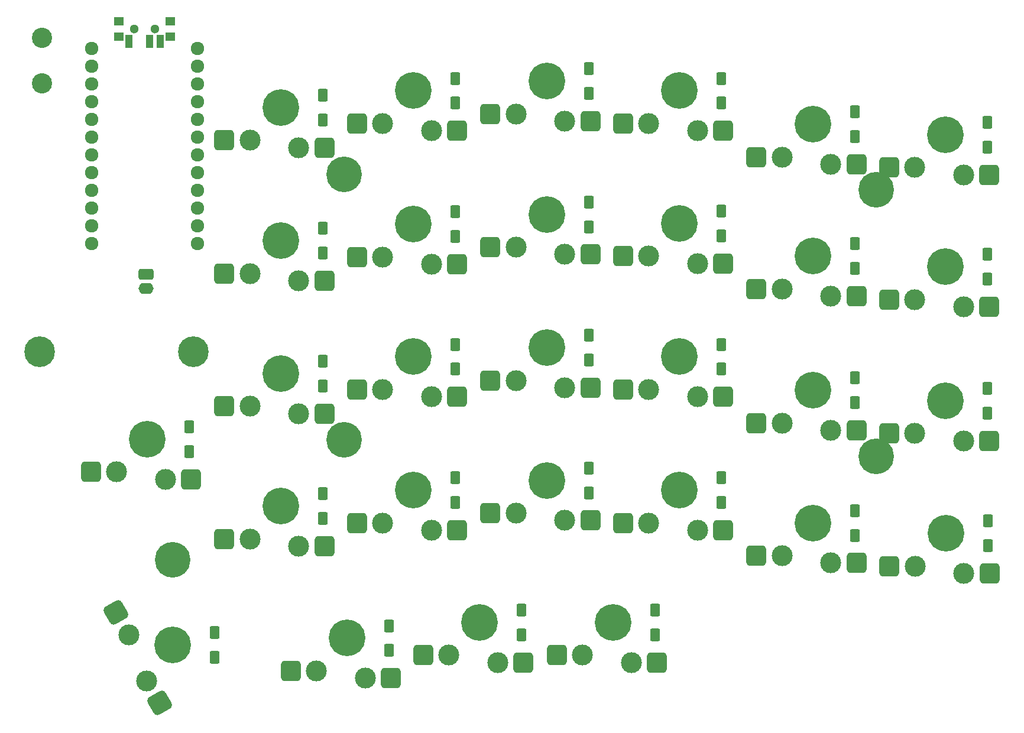
<source format=gbs>
G04 #@! TF.GenerationSoftware,KiCad,Pcbnew,7.0.10*
G04 #@! TF.CreationDate,2024-03-21T01:04:01+01:00*
G04 #@! TF.ProjectId,allium58,616c6c69-756d-4353-982e-6b696361645f,rev?*
G04 #@! TF.SameCoordinates,Original*
G04 #@! TF.FileFunction,Soldermask,Bot*
G04 #@! TF.FilePolarity,Negative*
%FSLAX46Y46*%
G04 Gerber Fmt 4.6, Leading zero omitted, Abs format (unit mm)*
G04 Created by KiCad (PCBNEW 7.0.10) date 2024-03-21 01:04:01*
%MOMM*%
%LPD*%
G01*
G04 APERTURE LIST*
G04 Aperture macros list*
%AMRoundRect*
0 Rectangle with rounded corners*
0 $1 Rounding radius*
0 $2 $3 $4 $5 $6 $7 $8 $9 X,Y pos of 4 corners*
0 Add a 4 corners polygon primitive as box body*
4,1,4,$2,$3,$4,$5,$6,$7,$8,$9,$2,$3,0*
0 Add four circle primitives for the rounded corners*
1,1,$1+$1,$2,$3*
1,1,$1+$1,$4,$5*
1,1,$1+$1,$6,$7*
1,1,$1+$1,$8,$9*
0 Add four rect primitives between the rounded corners*
20,1,$1+$1,$2,$3,$4,$5,0*
20,1,$1+$1,$4,$5,$6,$7,0*
20,1,$1+$1,$6,$7,$8,$9,0*
20,1,$1+$1,$8,$9,$2,$3,0*%
G04 Aperture macros list end*
%ADD10C,5.100000*%
%ADD11C,1.924000*%
%ADD12C,2.900000*%
%ADD13C,3.000000*%
%ADD14C,5.250000*%
%ADD15RoundRect,0.580000X-0.870000X-0.895000X0.870000X-0.895000X0.870000X0.895000X-0.870000X0.895000X0*%
%ADD16RoundRect,0.580000X-1.210093X0.305942X-0.340093X-1.200942X1.210093X-0.305942X0.340093X1.200942X0*%
%ADD17C,4.400000*%
%ADD18O,2.150000X1.600000*%
%ADD19RoundRect,0.333333X-0.741667X0.466667X-0.741667X-0.466667X0.741667X-0.466667X0.741667X0.466667X0*%
%ADD20RoundRect,0.200000X-0.500000X0.700000X-0.500000X-0.700000X0.500000X-0.700000X0.500000X0.700000X0*%
%ADD21RoundRect,0.200000X-0.500000X-0.400000X0.500000X-0.400000X0.500000X0.400000X-0.500000X0.400000X0*%
%ADD22C,1.300000*%
%ADD23RoundRect,0.200000X-0.350000X-0.750000X0.350000X-0.750000X0.350000X0.750000X-0.350000X0.750000X0*%
G04 APERTURE END LIST*
D10*
X129600000Y-59600000D03*
X205800000Y-61800000D03*
X129600000Y-97600000D03*
X205800000Y-100000000D03*
X105000000Y-114800000D03*
D11*
X108611400Y-41522000D03*
X108611400Y-44062000D03*
X108611400Y-46602000D03*
X108611400Y-49142000D03*
X108611400Y-51682000D03*
X108611400Y-54222000D03*
X108611400Y-56762000D03*
X108611400Y-59302000D03*
X108611400Y-61842000D03*
X108611400Y-64382000D03*
X108611400Y-66922000D03*
X108611400Y-69462000D03*
X93391400Y-69462000D03*
X93391400Y-66922000D03*
X93391400Y-64382000D03*
X93391400Y-61842000D03*
X93391400Y-59302000D03*
X93391400Y-56762000D03*
X93391400Y-54222000D03*
X93391400Y-51682000D03*
X93391400Y-49142000D03*
X93391400Y-46602000D03*
X93391400Y-44062000D03*
X93391400Y-41522000D03*
D12*
X86360000Y-46505000D03*
X86360000Y-40005000D03*
D13*
X116100000Y-54700000D03*
D14*
X120500000Y-50000000D03*
D13*
X123100000Y-55750000D03*
D15*
X112425000Y-54700000D03*
X126775000Y-55750000D03*
D13*
X135100000Y-52300000D03*
D14*
X139500000Y-47600000D03*
D13*
X142100000Y-53350000D03*
D15*
X131425000Y-52300000D03*
X145775000Y-53350000D03*
D13*
X154200000Y-50910000D03*
D14*
X158600000Y-46210000D03*
D13*
X161200000Y-51960000D03*
D15*
X150525000Y-50910000D03*
X164875000Y-51960000D03*
D13*
X173200000Y-52300000D03*
D14*
X177600000Y-47600000D03*
D13*
X180200000Y-53350000D03*
D15*
X169525000Y-52300000D03*
X183875000Y-53350000D03*
D13*
X192300000Y-57100000D03*
D14*
X196700000Y-52400000D03*
D13*
X199300000Y-58150000D03*
D15*
X188625000Y-57100000D03*
X202975000Y-58150000D03*
D13*
X211300000Y-58600000D03*
D14*
X215700000Y-53900000D03*
D13*
X218300000Y-59650000D03*
D15*
X207625000Y-58600000D03*
X221975000Y-59650000D03*
D13*
X116100000Y-73800000D03*
D14*
X120500000Y-69100000D03*
D13*
X123100000Y-74850000D03*
D15*
X112425000Y-73800000D03*
X126775000Y-74850000D03*
D13*
X135100000Y-71400000D03*
D14*
X139500000Y-66700000D03*
D13*
X142100000Y-72450000D03*
D15*
X131425000Y-71400000D03*
X145775000Y-72450000D03*
D13*
X154200000Y-70000000D03*
D14*
X158600000Y-65300000D03*
D13*
X161200000Y-71050000D03*
D15*
X150525000Y-70000000D03*
X164875000Y-71050000D03*
D13*
X173200000Y-71300000D03*
D14*
X177600000Y-66600000D03*
D13*
X180200000Y-72350000D03*
D15*
X169525000Y-71300000D03*
X183875000Y-72350000D03*
D13*
X192300000Y-76000000D03*
D14*
X196700000Y-71300000D03*
D13*
X199300000Y-77050000D03*
D15*
X188625000Y-76000000D03*
X202975000Y-77050000D03*
D13*
X211300000Y-77500000D03*
D14*
X215700000Y-72800000D03*
D13*
X218300000Y-78550000D03*
D15*
X207625000Y-77500000D03*
X221975000Y-78550000D03*
D13*
X116100000Y-92800000D03*
D14*
X120500000Y-88100000D03*
D13*
X123100000Y-93850000D03*
D15*
X112425000Y-92800000D03*
X126775000Y-93850000D03*
D13*
X135100000Y-90400000D03*
D14*
X139500000Y-85700000D03*
D13*
X142100000Y-91450000D03*
D15*
X131425000Y-90400000D03*
X145775000Y-91450000D03*
D13*
X154200000Y-89100000D03*
D14*
X158600000Y-84400000D03*
D13*
X161200000Y-90150000D03*
D15*
X150525000Y-89100000D03*
X164875000Y-90150000D03*
D13*
X173200000Y-90400000D03*
D14*
X177600000Y-85700000D03*
D13*
X180200000Y-91450000D03*
D15*
X169525000Y-90400000D03*
X183875000Y-91450000D03*
D13*
X192300000Y-95200000D03*
D14*
X196700000Y-90500000D03*
D13*
X199300000Y-96250000D03*
D15*
X188625000Y-95200000D03*
X202975000Y-96250000D03*
D13*
X211300000Y-96700000D03*
D14*
X215700000Y-92000000D03*
D13*
X218300000Y-97750000D03*
D15*
X207625000Y-96700000D03*
X221975000Y-97750000D03*
D13*
X116100000Y-111800000D03*
D14*
X120500000Y-107100000D03*
D13*
X123100000Y-112850000D03*
D15*
X112425000Y-111800000D03*
X126775000Y-112850000D03*
D13*
X135100000Y-109500000D03*
D14*
X139500000Y-104800000D03*
D13*
X142100000Y-110550000D03*
D15*
X131425000Y-109500000D03*
X145775000Y-110550000D03*
D13*
X154200000Y-108100000D03*
D14*
X158600000Y-103400000D03*
D13*
X161200000Y-109150000D03*
D15*
X150525000Y-108100000D03*
X164875000Y-109150000D03*
D13*
X173200000Y-109500000D03*
D14*
X177600000Y-104800000D03*
D13*
X180200000Y-110550000D03*
D15*
X169525000Y-109500000D03*
X183875000Y-110550000D03*
D13*
X192300000Y-114200000D03*
D14*
X196700000Y-109500000D03*
D13*
X199300000Y-115250000D03*
D15*
X188625000Y-114200000D03*
X202975000Y-115250000D03*
D13*
X211350000Y-115700000D03*
D14*
X215750000Y-111000000D03*
D13*
X218350000Y-116750000D03*
D15*
X207675000Y-115700000D03*
X222025000Y-116750000D03*
D13*
X97000000Y-102200000D03*
D14*
X101400000Y-97500000D03*
D13*
X104000000Y-103250000D03*
D15*
X93325000Y-102200000D03*
X107675000Y-103250000D03*
D13*
X98729681Y-125539488D03*
D14*
X105000000Y-127000000D03*
D13*
X101320354Y-132126666D03*
D16*
X96892181Y-122356845D03*
X103157854Y-135309309D03*
D13*
X125600000Y-130700000D03*
D14*
X130000000Y-126000000D03*
D13*
X132600000Y-131750000D03*
D15*
X121925000Y-130700000D03*
X136275000Y-131750000D03*
D13*
X144600000Y-128450000D03*
D14*
X149000000Y-123750000D03*
D13*
X151600000Y-129500000D03*
D15*
X140925000Y-128450000D03*
X155275000Y-129500000D03*
D13*
X163700000Y-128450000D03*
D14*
X168100000Y-123750000D03*
D13*
X170700000Y-129500000D03*
D15*
X160025000Y-128450000D03*
X174375000Y-129500000D03*
D17*
X86000000Y-85000000D03*
X108000000Y-85000000D03*
D18*
X101179800Y-75930000D03*
D19*
X101179800Y-73930000D03*
D20*
X126500000Y-48225000D03*
X126500000Y-51775000D03*
X145500000Y-45825000D03*
X145500000Y-49375000D03*
X164600000Y-44435000D03*
X164600000Y-47985000D03*
X183600000Y-45825000D03*
X183600000Y-49375000D03*
X202700000Y-50625000D03*
X202700000Y-54175000D03*
X221700000Y-52125000D03*
X221700000Y-55675000D03*
X126500000Y-67325000D03*
X126500000Y-70875000D03*
X145500000Y-64925000D03*
X145500000Y-68475000D03*
X164600000Y-63525000D03*
X164600000Y-67075000D03*
X183600000Y-64825000D03*
X183600000Y-68375000D03*
X202700000Y-69525000D03*
X202700000Y-73075000D03*
X221700000Y-71025000D03*
X221700000Y-74575000D03*
X126500000Y-86325000D03*
X126500000Y-89875000D03*
X145500000Y-83925000D03*
X145500000Y-87475000D03*
X164600000Y-82625000D03*
X164600000Y-86175000D03*
X183600000Y-83925000D03*
X183600000Y-87475000D03*
X202700000Y-88725000D03*
X202700000Y-92275000D03*
X221700000Y-90225000D03*
X221700000Y-93775000D03*
X126500000Y-105325000D03*
X126500000Y-108875000D03*
X145500000Y-103025000D03*
X145500000Y-106575000D03*
X164600000Y-101625000D03*
X164600000Y-105175000D03*
X183600000Y-103025000D03*
X183600000Y-106575000D03*
X202700000Y-107725000D03*
X202700000Y-111275000D03*
X221750000Y-109225000D03*
X221750000Y-112775000D03*
X107400000Y-95725000D03*
X107400000Y-99275000D03*
X111000000Y-125225000D03*
X111000000Y-128775000D03*
X136000000Y-124225000D03*
X136000000Y-127775000D03*
X155000000Y-121975000D03*
X155000000Y-125525000D03*
X174100000Y-121975000D03*
X174100000Y-125525000D03*
D21*
X97350000Y-37653000D03*
X97350000Y-39863000D03*
D22*
X99500000Y-38753000D03*
X102500000Y-38753000D03*
D21*
X104650000Y-37653000D03*
X104650000Y-39863000D03*
D23*
X98750000Y-40513000D03*
X101750000Y-40513000D03*
X103250000Y-40513000D03*
M02*

</source>
